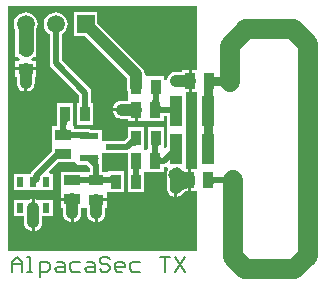
<source format=gtl>
%FSLAX25Y25*%
%MOIN*%
G70*
G01*
G75*
G04 Layer_Physical_Order=1*
G04 Layer_Color=255*
%ADD10C,0.02000*%
%ADD11C,0.04000*%
%ADD12R,0.02362X0.03347*%
%ADD13R,0.05118X0.03347*%
%ADD14R,0.03347X0.05118*%
%ADD15R,0.06299X0.02165*%
%ADD16R,0.04331X0.10236*%
%ADD17R,0.03740X0.05315*%
%ADD18R,0.05315X0.03740*%
%ADD19C,0.05000*%
%ADD20C,0.06700*%
%ADD21C,0.03000*%
%ADD22C,0.00700*%
%ADD23C,0.05906*%
%ADD24R,0.05906X0.05906*%
%ADD25C,0.03000*%
G36*
X65041Y71658D02*
X63350D01*
Y68000D01*
Y64342D01*
X65041D01*
Y38658D01*
X63000D01*
Y35000D01*
Y31343D01*
X65041D01*
Y11500D01*
X2039D01*
Y92961D01*
X65041D01*
Y71658D01*
D02*
G37*
%LPC*%
G36*
X11000Y28728D02*
Y25768D01*
X10000D01*
Y28728D01*
X9717Y28690D01*
X9114Y28441D01*
X3988D01*
Y23095D01*
X7474D01*
Y21000D01*
X7577Y20217D01*
X7880Y19487D01*
X8360Y18860D01*
X8987Y18380D01*
X9717Y18077D01*
X10000Y18040D01*
Y21000D01*
X11000D01*
Y18040D01*
X11283Y18077D01*
X12013Y18380D01*
X12640Y18860D01*
X13121Y19487D01*
X13423Y20217D01*
X13526Y21000D01*
Y23095D01*
X17012D01*
Y28441D01*
X11886D01*
X11283Y28690D01*
X11000Y28728D01*
D02*
G37*
G36*
X58500Y29540D02*
X57500D01*
X58000Y29474D01*
X58500Y29540D01*
D02*
G37*
G36*
X32000Y21040D02*
X31000D01*
X31500Y20974D01*
X32000Y21040D01*
D02*
G37*
G36*
X11000Y18040D02*
X10000D01*
X10500Y17974D01*
X11000Y18040D01*
D02*
G37*
G36*
X24000Y21040D02*
X23000D01*
X23500Y20974D01*
X24000Y21040D01*
D02*
G37*
G36*
X11559Y71653D02*
X4441D01*
Y69480D01*
X4974D01*
Y67500D01*
X5077Y66717D01*
X5379Y65987D01*
X5860Y65360D01*
X6487Y64880D01*
X7217Y64577D01*
X8000Y64474D01*
X8783Y64577D01*
X9513Y64880D01*
X10140Y65360D01*
X10621Y65987D01*
X10923Y66717D01*
X11026Y67500D01*
Y69480D01*
X11559D01*
Y71653D01*
D02*
G37*
G36*
X8000Y90987D02*
X6968Y90851D01*
X6007Y90453D01*
X5181Y89819D01*
X4547Y88993D01*
X4149Y88032D01*
X4013Y87000D01*
X4149Y85968D01*
X4470Y85194D01*
Y81520D01*
X4441D01*
Y76173D01*
X5494D01*
X6050Y75342D01*
X5836Y74827D01*
X4441D01*
Y72654D01*
X11559D01*
Y74827D01*
X10164D01*
X9950Y75342D01*
X10506Y76173D01*
X11559D01*
Y81520D01*
X11530D01*
Y85194D01*
X11851Y85968D01*
X11987Y87000D01*
X11851Y88032D01*
X11453Y88993D01*
X10819Y89819D01*
X9993Y90453D01*
X9032Y90851D01*
X8000Y90987D01*
D02*
G37*
G36*
X31953Y90953D02*
X24047D01*
Y83047D01*
X27674D01*
X41628Y69093D01*
Y66000D01*
X41731Y65217D01*
X41980Y64614D01*
Y62865D01*
X41980D01*
X41980Y62865D01*
X41980Y62441D01*
X41980Y62299D01*
Y62157D01*
D01*
Y61734D01*
Y61734D01*
D01*
Y61526D01*
X40000D01*
X39217Y61423D01*
X38487Y61120D01*
X37860Y60640D01*
X37380Y60013D01*
X37077Y59283D01*
X36974Y58500D01*
X37077Y57717D01*
X37380Y56987D01*
X37860Y56360D01*
X38487Y55879D01*
X39217Y55577D01*
X40000Y55474D01*
X41980D01*
Y54843D01*
X44350D01*
Y58500D01*
X45350D01*
Y54843D01*
X47572D01*
Y54843D01*
X47572Y54843D01*
X47721Y54843D01*
X48000D01*
X48280D01*
X48428Y54843D01*
X48428Y54843D01*
Y54843D01*
X54020D01*
Y56461D01*
X55020D01*
Y52325D01*
X55020D01*
X55020Y52325D01*
X55020Y51882D01*
Y51750D01*
Y51618D01*
X55020Y51175D01*
X55020Y51175D01*
X55020D01*
Y46011D01*
X54188Y45455D01*
X54020Y45525D01*
Y52559D01*
X48673D01*
Y45441D01*
X48673D01*
Y45441D01*
X48673Y45441D01*
X48280Y45158D01*
X48000D01*
X47721D01*
X47327Y45441D01*
X47327Y45441D01*
Y45441D01*
X47327D01*
Y52559D01*
X41980D01*
Y49211D01*
X40852Y48083D01*
X33681D01*
D01*
Y48083D01*
D01*
D01*
X33681D01*
D01*
D01*
X33319D01*
X33319D01*
Y51823D01*
X29856D01*
X29540Y52034D01*
X28760Y52189D01*
X24158D01*
Y53020D01*
X23827D01*
Y53441D01*
X23827D01*
Y60559D01*
X18480D01*
Y56445D01*
X18461Y56346D01*
Y53020D01*
X16842D01*
Y47428D01*
X16842D01*
X16842Y47428D01*
X16842Y47280D01*
Y47000D01*
Y46720D01*
X16842Y46572D01*
X16842Y46572D01*
X16842D01*
Y44811D01*
X10208Y38176D01*
X9766Y37514D01*
X9645Y36906D01*
X3988D01*
Y31559D01*
X17012D01*
Y36906D01*
X16012D01*
X15629Y37829D01*
X18780Y40980D01*
X24158D01*
Y40980D01*
X24313D01*
X25020Y40273D01*
Y40177D01*
X28368D01*
X29461Y39085D01*
Y37870D01*
X27941D01*
D01*
D01*
X27941Y37870D01*
X27158D01*
Y37870D01*
X19842D01*
Y32278D01*
X19842D01*
X19842Y32278D01*
X19842Y32130D01*
Y31850D01*
Y31571D01*
X19842Y31423D01*
X19842Y31423D01*
X19842D01*
Y29201D01*
X23500D01*
Y28201D01*
X19842D01*
Y25831D01*
X20474D01*
Y24000D01*
X20577Y23217D01*
X20879Y22487D01*
X21360Y21860D01*
X21987Y21380D01*
X22717Y21077D01*
X23000Y21040D01*
Y24000D01*
X24000D01*
Y21040D01*
X24283Y21077D01*
X25013Y21380D01*
X25640Y21860D01*
X26120Y22487D01*
X26423Y23217D01*
X26526Y24000D01*
Y25831D01*
X27158Y25831D01*
D01*
D01*
X27941D01*
D01*
X28474Y25831D01*
Y24000D01*
X28577Y23217D01*
X28879Y22487D01*
X29360Y21860D01*
X29987Y21380D01*
X30717Y21077D01*
X31000Y21040D01*
Y24000D01*
X32000D01*
Y21040D01*
X32283Y21077D01*
X33013Y21380D01*
X33640Y21860D01*
X34121Y22487D01*
X34423Y23217D01*
X34526Y24000D01*
Y25831D01*
X35059D01*
Y28004D01*
X31500D01*
Y29004D01*
X35059D01*
Y30941D01*
X35480D01*
Y30941D01*
X40827D01*
Y38059D01*
X35480D01*
Y37870D01*
X35059D01*
Y37870D01*
X33539D01*
Y39929D01*
X33384Y40709D01*
X33319Y40807D01*
Y43917D01*
X33654D01*
X33681D01*
D01*
X33681Y43917D01*
X33681D01*
Y43917D01*
D01*
X41980D01*
D01*
X41980D01*
X41980Y43917D01*
Y37843D01*
X42173D01*
Y30941D01*
X47520D01*
Y37843D01*
X47572D01*
D01*
X47572D01*
X47721D01*
X47721D01*
X48000D01*
X48280D01*
X48428Y37843D01*
X48428Y37843D01*
Y37843D01*
X54020D01*
Y39296D01*
X55013Y39410D01*
X55020Y39382D01*
Y39382D01*
X55020Y39382D01*
X55020Y39382D01*
X55020D01*
X55020D01*
Y39382D01*
X55020Y39382D01*
D01*
D01*
Y39382D01*
X55334Y39141D01*
X55379Y38513D01*
X55077Y37783D01*
X54974Y37000D01*
Y32500D01*
X55077Y31717D01*
X55291Y31201D01*
X55379Y30987D01*
X55860Y30360D01*
X56487Y29880D01*
X56701Y29791D01*
X57217Y29577D01*
X57500Y29540D01*
Y32500D01*
X58500D01*
Y29540D01*
X58783Y29577D01*
X59299Y29791D01*
X59513Y29880D01*
X60140Y30360D01*
X61122Y31343D01*
X62000D01*
Y35000D01*
Y38658D01*
X61350D01*
Y39382D01*
D01*
D01*
Y39382D01*
X61350D01*
Y51175D01*
X61350D01*
X61350Y51175D01*
X61350Y51618D01*
Y51750D01*
Y51882D01*
X61350Y52325D01*
X61350Y52325D01*
X61350D01*
Y63635D01*
X61350D01*
X61350Y63635D01*
X61350Y64118D01*
X61575Y64342D01*
X62350D01*
Y68000D01*
Y71658D01*
X59980D01*
Y71026D01*
X58000D01*
X57217Y70923D01*
X56487Y70621D01*
X55860Y70140D01*
X55379Y69513D01*
X55077Y68783D01*
X55018Y68330D01*
X54020Y68395D01*
Y69559D01*
X48673D01*
Y69559D01*
X48386D01*
X47679Y70266D01*
Y70346D01*
X47576Y71130D01*
X47363Y71646D01*
X47274Y71859D01*
X46793Y72486D01*
X31953Y87327D01*
Y90953D01*
D02*
G37*
G36*
X18000Y90987D02*
X16968Y90851D01*
X16007Y90453D01*
X15181Y89819D01*
X14547Y88993D01*
X14149Y88032D01*
X14013Y87000D01*
X14149Y85968D01*
X14547Y85007D01*
X15181Y84181D01*
X15961Y83582D01*
Y74000D01*
X16116Y73220D01*
X16558Y72558D01*
X25807Y63309D01*
Y60559D01*
X25173D01*
Y53441D01*
X30520D01*
Y60559D01*
X29886D01*
Y64153D01*
X29730Y64934D01*
X29288Y65596D01*
X20039Y74845D01*
Y83582D01*
X20819Y84181D01*
X21453Y85007D01*
X21851Y85968D01*
X21987Y87000D01*
X21851Y88032D01*
X21453Y88993D01*
X20819Y89819D01*
X19993Y90453D01*
X19032Y90851D01*
X18000Y90987D01*
D02*
G37*
%LPD*%
G36*
X8500Y64540D02*
X8500D01*
X7500D01*
X7500D01*
Y67500D01*
X8500D01*
Y64540D01*
D02*
G37*
G36*
X40000Y58000D02*
X37040D01*
Y58000D01*
Y59000D01*
Y59000D01*
X40000D01*
Y58000D01*
D02*
G37*
D10*
X50534Y59903D02*
G03*
X51346Y61863I-1960J1960D01*
G01*
X53250Y58500D02*
G03*
X51765Y57885I0J-2101D01*
G01*
Y59115D02*
G03*
X53250Y58500I1485J1485D01*
G01*
X44846Y38622D02*
G03*
X44235Y40097I-2087J0D01*
G01*
X45466D02*
G03*
X44846Y38603I1495J-1495D01*
G01*
X51150Y44388D02*
G03*
X51765Y42903I2101J0D01*
G01*
X50534D02*
G03*
X51150Y44388I-1485J1485D01*
G01*
X53250Y41500D02*
G03*
X51765Y40885I0J-2101D01*
G01*
Y42115D02*
G03*
X53250Y41500I1485J1485D01*
G01*
X20500Y52250D02*
G03*
X21115Y50765I2101J0D01*
G01*
X19885D02*
G03*
X20500Y52250I-1485J1485D01*
G01*
X23388Y50150D02*
G03*
X21903Y49534I0J-2101D01*
G01*
Y50765D02*
G03*
X23388Y50150I1485J1485D01*
G01*
X26388Y35000D02*
G03*
X24903Y34385I0J-2101D01*
G01*
Y35615D02*
G03*
X26388Y35000I1485J1485D01*
G01*
X70900D02*
G03*
X69414Y34385I0J-2101D01*
G01*
Y35615D02*
G03*
X70900Y35000I1485J1485D01*
G01*
X27044Y49682D02*
G03*
X25914Y50150I-1130J-1130D01*
G01*
X31304Y42212D02*
G03*
X31500Y39929I1454J-1025D01*
G01*
X44654Y47441D02*
G03*
X41992Y46338I0J-3764D01*
G01*
X51823Y47638D02*
G03*
X51150Y46014I1625J-1625D01*
G01*
X21630Y55638D02*
G03*
X20500Y52911I2727J-2727D01*
G01*
X35597Y35000D02*
G03*
X37677Y35862I0J2943D01*
G01*
X32862Y35673D02*
G03*
X34486Y35000I1625J1625D01*
G01*
X28514D02*
G03*
X30138Y35673I0J2297D01*
G01*
X10429Y34891D02*
G03*
X11650Y36734I-781J1843D01*
G01*
X18000Y74000D02*
Y87000D01*
X68799Y35000D02*
X77000D01*
X27847Y57000D02*
Y64153D01*
X18000Y74000D02*
X27847Y64153D01*
X51150Y58500D02*
X57685D01*
X51346Y58697D02*
Y66000D01*
X41654Y46000D02*
X44654Y49000D01*
X37831Y46000D02*
X41654D01*
X54185Y41500D02*
X58185Y45500D01*
X51150Y41500D02*
X54185D01*
X51150D02*
Y48803D01*
X44846Y34500D02*
Y41496D01*
X31500Y35197D02*
Y39929D01*
X29169Y42260D02*
X31500Y39929D01*
X28760Y50150D02*
X29169Y49740D01*
X20500Y50150D02*
X28760D01*
X20500Y56346D02*
X21154Y57000D01*
X20500Y50150D02*
Y56346D01*
X18766Y43850D02*
X20500D01*
X11650Y36734D02*
X18766Y43850D01*
X11650Y35382D02*
Y36734D01*
X10500Y34232D02*
X11650Y35382D01*
X23500Y35000D02*
X37654D01*
D11*
X62501Y34343D02*
G03*
X58000Y32500I-53J-6291D01*
G01*
X58500Y37000D02*
G03*
X62518Y35659I3351J3351D01*
G01*
X57647Y36646D02*
G03*
X61621Y35000I3975J3975D01*
G01*
X57559Y36765D02*
G03*
X60500Y35000I2941J1568D01*
G01*
X58000Y32500D02*
G03*
X58408Y37289I-2636J2636D01*
G01*
X44653Y66000D02*
Y70346D01*
X28000Y87000D02*
X44653Y70346D01*
X31500Y24000D02*
Y28504D01*
X23500Y24000D02*
Y28701D01*
X10500Y21000D02*
Y25768D01*
X8000Y67500D02*
Y72154D01*
X40000Y58500D02*
X44850D01*
X58000Y68000D02*
X62850D01*
X58000Y37000D02*
X58500D01*
X60500Y35000D01*
X58000Y32500D02*
Y37000D01*
X60500Y35000D02*
X62500D01*
X58000Y32500D02*
X60500Y35000D01*
D12*
X14831Y34232D02*
D03*
Y25768D02*
D03*
X10500D02*
D03*
X6169D02*
D03*
Y34232D02*
D03*
X10500D02*
D03*
D13*
X8000Y72154D02*
D03*
Y78847D02*
D03*
X31500Y35197D02*
D03*
Y28504D02*
D03*
D14*
X44846Y34500D02*
D03*
X38154D02*
D03*
X27847Y57000D02*
D03*
X21154D02*
D03*
X51346Y49000D02*
D03*
X44654D02*
D03*
X44653Y66000D02*
D03*
X51346D02*
D03*
D15*
X37831Y46000D02*
D03*
X29169Y42260D02*
D03*
Y49740D02*
D03*
D16*
X68815Y58000D02*
D03*
X58185D02*
D03*
X68815Y45500D02*
D03*
X58185D02*
D03*
D17*
X62500Y35000D02*
D03*
X68799D02*
D03*
X69150Y68000D02*
D03*
X62850D02*
D03*
X51150Y41500D02*
D03*
X44850D02*
D03*
X51150Y58500D02*
D03*
X44850D02*
D03*
D18*
X23500Y35000D02*
D03*
Y28701D02*
D03*
X20500Y50150D02*
D03*
Y43850D02*
D03*
D19*
X8000Y78847D02*
Y87000D01*
D20*
X76000Y67850D02*
Y79850D01*
X81500Y85350D01*
X81000Y5350D02*
X97500D01*
X77000Y9350D02*
X81000Y5350D01*
X97500D02*
X102000Y9850D01*
X97000Y85350D02*
X102000Y80350D01*
X81500Y85350D02*
X97000D01*
X77000Y9350D02*
Y35000D01*
X102000Y9850D02*
Y80350D01*
D21*
X69150Y68000D02*
X75850D01*
X68815Y58000D02*
Y67665D01*
Y45500D02*
Y58000D01*
D22*
X3500Y4500D02*
Y7832D01*
X5166Y9498D01*
X6832Y7832D01*
Y4500D01*
Y6999D01*
X3500D01*
X8498Y4500D02*
X10165D01*
X9331D01*
Y9498D01*
X8498D01*
X12664Y2834D02*
Y7832D01*
X15163D01*
X15996Y6999D01*
Y5333D01*
X15163Y4500D01*
X12664D01*
X18495Y7832D02*
X20161D01*
X20994Y6999D01*
Y4500D01*
X18495D01*
X17662Y5333D01*
X18495Y6166D01*
X20994D01*
X25993Y7832D02*
X23494D01*
X22660Y6999D01*
Y5333D01*
X23494Y4500D01*
X25993D01*
X28492Y7832D02*
X30158D01*
X30991Y6999D01*
Y4500D01*
X28492D01*
X27659Y5333D01*
X28492Y6166D01*
X30991D01*
X35989Y8665D02*
X35156Y9498D01*
X33490D01*
X32657Y8665D01*
Y7832D01*
X33490Y6999D01*
X35156D01*
X35989Y6166D01*
Y5333D01*
X35156Y4500D01*
X33490D01*
X32657Y5333D01*
X40155Y4500D02*
X38489D01*
X37656Y5333D01*
Y6999D01*
X38489Y7832D01*
X40155D01*
X40988Y6999D01*
Y6166D01*
X37656D01*
X45986Y7832D02*
X43487D01*
X42654Y6999D01*
Y5333D01*
X43487Y4500D01*
X45986D01*
X52651Y9498D02*
X55983D01*
X54317D01*
Y4500D01*
X57649Y9498D02*
X60981Y4500D01*
Y9498D02*
X57649Y4500D01*
D23*
X8000Y87000D02*
D03*
X18000D02*
D03*
D24*
X28000D02*
D03*
D25*
X23500Y24000D02*
D03*
X31500D02*
D03*
X40000Y58500D02*
D03*
X10500Y21000D02*
D03*
X58000Y37000D02*
D03*
Y32500D02*
D03*
Y68000D02*
D03*
X8000Y67500D02*
D03*
X47000Y87500D02*
D03*
X53000D02*
D03*
X59000D02*
D03*
X47000Y81250D02*
D03*
X53000D02*
D03*
X59000D02*
D03*
X50000Y75000D02*
D03*
X56000D02*
D03*
X40857Y23000D02*
D03*
X47071D02*
D03*
X53286D02*
D03*
X59500D02*
D03*
X40857Y16000D02*
D03*
X47071D02*
D03*
X53286D02*
D03*
X59500D02*
D03*
X34643D02*
D03*
X28429D02*
D03*
X22214D02*
D03*
X16000D02*
D03*
X5000Y59000D02*
D03*
X10250D02*
D03*
X15500D02*
D03*
X5000Y53000D02*
D03*
X10250D02*
D03*
X5000Y47000D02*
D03*
X10250D02*
D03*
X5000Y41000D02*
D03*
X23500Y76500D02*
D03*
X28500D02*
D03*
Y71500D02*
D03*
X33500D02*
D03*
Y66500D02*
D03*
X38500D02*
D03*
X33500Y61500D02*
D03*
Y56500D02*
D03*
X15500Y65000D02*
D03*
X50500Y28000D02*
D03*
M02*

</source>
